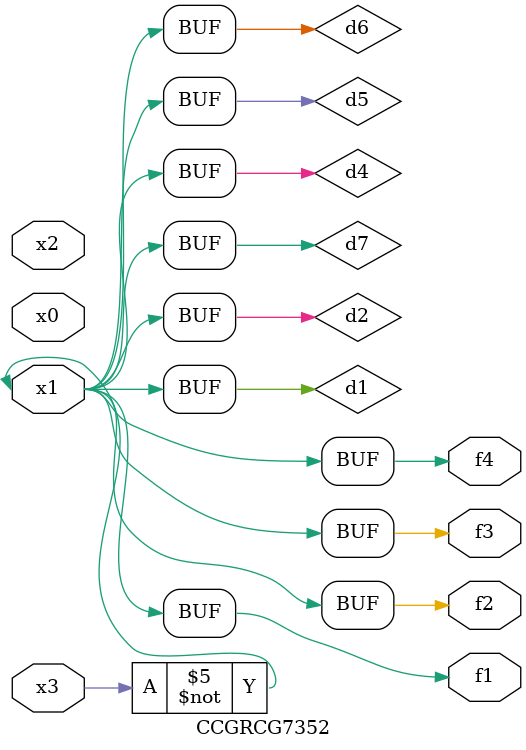
<source format=v>
module CCGRCG7352(
	input x0, x1, x2, x3,
	output f1, f2, f3, f4
);

	wire d1, d2, d3, d4, d5, d6, d7;

	not (d1, x3);
	buf (d2, x1);
	xnor (d3, d1, d2);
	nor (d4, d1);
	buf (d5, d1, d2);
	buf (d6, d4, d5);
	nand (d7, d4);
	assign f1 = d6;
	assign f2 = d7;
	assign f3 = d6;
	assign f4 = d6;
endmodule

</source>
